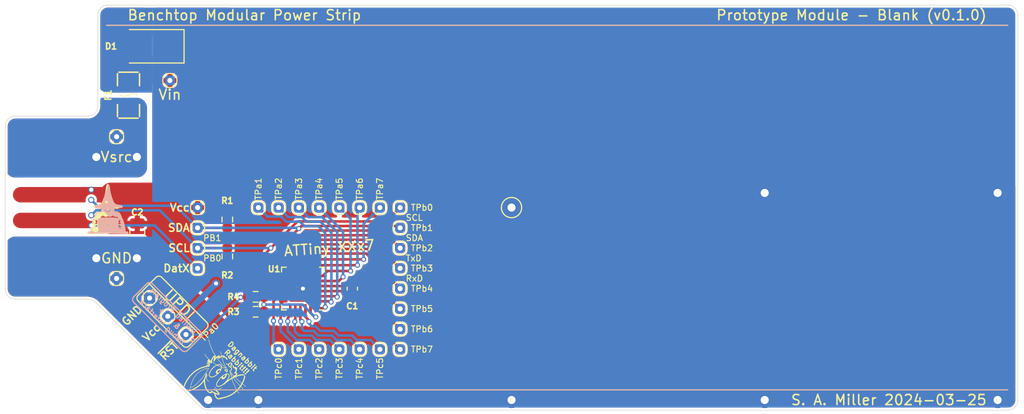
<source format=kicad_pcb>
(kicad_pcb (version 20211014) (generator pcbnew)
  (title_block (title "Benchtop Modular Power Strip") (date "2024-03-25") (rev "0.1.0") (company "S. A. Miller") (comment 1 "Prototype Module") (comment 2 "Blank"))
  (layers (0 "F.Cu" signal) (31 "B.Cu" signal) (34 "B.Paste" user) (35 "F.Paste" user) (36 "B.SilkS" user "B.Silkscreen") (37 "F.SilkS" user "F.Silkscreen") (38 "B.Mask" user) (39 "F.Mask" user) (44 "Edge.Cuts" user))
  (net 0 "")
  (net 1 "GND")
  (net 2 "~{RESET}")
  (net 3 "Dat0")
  (net 4 "PA4")
  (net 5 "PA5")
  (net 6 "PA6")
  (net 7 "PA7")
  (net 8 "PB2")
  (net 9 "PB3")
  (net 10 "PA1")
  (net 11 "PA2")
  (net 12 "PA3")
  (net 13 "PB0")
  (net 14 "PB1")
  (net 15 "PB4")
  (net 16 "PB5")
  (net 17 "PB6")
  (net 18 "PB7")
  (net 19 "PC2")
  (net 20 "PC3")
  (net 21 "PC4")
  (net 22 "PC5")
  (net 23 "Vsrc")
  (net 24 "Vin")
  (net 25 "/Source Power Rail/Vprot")
  (net 26 "/ATTinyXX17/PA0")
  (net 27 "I2C-Vcc")
  (net 28 "PC0")
  (net 29 "PC1")
  (footprint "tinker:TestPoint_THTPad_D1.0mm_Drill0.5mm" (layer "F.Cu") (at 79 114)
    (fp_text reference "TPc1" (at 0 0.7572 90) (layer "F.SilkS") (effects (font (size 0.6 0.6) (thickness 0.1)) (justify right)))
    (fp_text value "CtrlC" hide)
    (pad "1" thru_hole roundrect (at 0 0) (size 1 1) (drill 0.5) (layers *.Cu *.Mask) (roundrect_rratio 0.33) (net 29 "PC1"))
  )
  (footprint "Capacitor_SMD:C_0805_2012Metric" (layer "F.Cu") (at 63.0428 102.5144 -90)
    (fp_text reference "C2" (at -2.05 0) (layer "F.SilkS") (effects (font (size 0.6 0.6))))
    (fp_text value "4.7uF")
    (pad "1" smd roundrect (at -0.95 0 270) (size 1 1.45) (layers "F.Cu" "F.Paste" "F.Mask") (net 27 "I2C-Vcc"))
    (pad "2" smd roundrect (at 0.95 0 270) (size 1 1.45) (layers "F.Cu" "F.Paste" "F.Mask") (net 1 "GND"))
  )
  (footprint "Resistor_SMD:R_0603_1608Metric" (layer "F.Cu") (at 74.7268 110.2868)
    (fp_text reference "R3" (at -2.1844 0) (layer "F.SilkS") (effects (font (size 0.6 0.6))))
    (fp_text value "10k")
    (pad "1" smd roundrect (at -0.825 0) (size 0.8 0.95) (layers "F.Cu" "F.Paste" "F.Mask") (net 27 "I2C-Vcc"))
    (pad "2" smd roundrect (at 0.825 0) (size 0.8 0.95) (layers "F.Cu" "F.Paste" "F.Mask") (net 26 "/ATTinyXX17/PA0"))
  )
  (footprint "tinker:TestPoint_THTPad_D1.0mm_Drill0.5mm" (layer "F.Cu") (at 69 106)
    (fp_text reference "TP3" hide)
    (fp_text value "Dat0" hide)
    (pad "1" thru_hole roundrect (at 0 0) (size 1 1) (drill 0.5) (layers *.Cu *.Mask) (roundrect_rratio 0.33) (net 3 "Dat0"))
  )
  (footprint "tinker:TestPoint_THTPad_D1.0mm_Drill0.5mm" (layer "F.Cu") (at 61 93)
    (fp_text reference "TP1" hide)
    (fp_text value "Vsrc" hide)
    (pad "1" thru_hole roundrect (at 0 0) (size 1 1) (drill 0.5) (layers *.Cu *.Mask) (roundrect_rratio 0.33) (net 23 "Vsrc"))
  )
  (footprint "tinker:TestPoint_THTPad_D1.0mm_Drill0.5mm" (layer "F.Cu") (at 85 114 90)
    (fp_text reference "TPc4" (at -0.7572 0 90) (layer "F.SilkS") (effects (font (size 0.6 0.6) (thickness 0.1)) (justify right)))
    (fp_text value "CtrlC" hide)
    (pad "1" thru_hole roundrect (at 0 0 90) (size 1 1) (drill 0.5) (layers *.Cu *.Mask) (roundrect_rratio 0.33) (net 21 "PC4"))
  )
  (footprint "Capacitor_SMD:C_0603_1608Metric" (layer "F.Cu") (at 84.2772 108.0008 -90)
    (fp_text reference "C1" (at 1.7272 0 -180) (layer "F.SilkS") (effects (font (size 0.6 0.6))))
    (fp_text value "100nF")
    (pad "1" smd roundrect (at -0.775 0 270) (size 0.9 0.95) (layers "F.Cu" "F.Paste" "F.Mask") (net 27 "I2C-Vcc"))
    (pad "2" smd roundrect (at 0.775 0 270) (size 0.9 0.95) (layers "F.Cu" "F.Paste" "F.Mask") (net 1 "GND"))
  )
  (footprint "tinker:TestPoint_THTPad_D1.0mm_Drill0.5mm" (layer "F.Cu") (at 89 108)
    (fp_text reference "TPb4" (at 1 0) (layer "F.SilkS") (effects (font (size 0.6 0.6) (thickness 0.1)) (justify left)))
    (fp_text value "CtrlB" hide)
    (pad "1" thru_hole roundrect (at 0 0) (size 1 1) (drill 0.5) (layers *.Cu *.Mask) (roundrect_rratio 0.33) (net 15 "PB4"))
  )
  (footprint "tinker:F1206" (layer "F.Cu") (at 62.176 88.9 90)
    (fp_text reference "F1" (at 0 -2 90) (layer "F.SilkS") (effects (font (size 0.6 0.6))))
    (fp_text value "Polyfuse" hide)
    (pad "1" smd rect (at -1.45 0 90) (size 1.19 1.73) (layers "F.Cu" "F.Paste" "F.Mask") (net 23 "Vsrc"))
    (pad "2" smd rect (at 1.45 0 90) (size 1.19 1.73) (layers "F.Cu" "F.Paste" "F.Mask") (net 25 "/Source Power Rail/Vprot"))
  )
  (footprint "Resistor_SMD:R_0603_1608Metric" (layer "F.Cu") (at 71.9328 101.175 -90)
    (fp_text reference "R1" (at -1.854 0 180) (layer "F.SilkS") (effects (font (size 0.6 0.6))))
    (fp_text value "10k")
    (pad "1" smd roundrect (at -0.825 0 270) (size 0.8 0.95) (layers "F.Cu" "F.Paste" "F.Mask") (net 27 "I2C-Vcc"))
    (pad "2" smd roundrect (at 0.825 0 270) (size 0.8 0.95) (layers "F.Cu" "F.Paste" "F.Mask") (net 14 "PB1"))
  )
  (footprint "tinker:TestPoint_THTPad_D1.0mm_Drill0.5mm" (layer "F.Cu") (at 77 100 90)
    (fp_text reference "TPa2" (at 0.7 0 90) (layer "F.SilkS") (effects (font (size 0.6 0.6) (thickness 0.1)) (justify left)))
    (fp_text value "CtrlA" hide)
    (pad "1" thru_hole roundrect (at 0 0 90) (size 1 1) (drill 0.5) (layers *.Cu *.Mask) (roundrect_rratio 0.33) (net 11 "PA2"))
  )
  (footprint "tinker:TestPoint_THTPad_D1.0mm_Drill0.5mm" (layer "F.Cu") (at 87 114 90)
    (fp_text reference "TPc5" (at -0.7572 0 90) (layer "F.SilkS") (effects (font (size 0.6 0.6) (thickness 0.1)) (justify right)))
    (fp_text value "CtrlC" hide)
    (pad "1" thru_hole roundrect (at 0 0 90) (size 1 1) (drill 0.5) (layers *.Cu *.Mask) (roundrect_rratio 0.33) (net 22 "PC5"))
  )
  (footprint "Resistor_SMD:R_0603_1608Metric" (layer "F.Cu") (at 74.7268 108.8136 180)
    (fp_text reference "R4" (at 2.1844 0) (layer "F.SilkS") (effects (font (size 0.6 0.6))))
    (fp_text value "330R")
    (pad "1" smd roundrect (at -0.825 0 180) (size 0.8 0.95) (layers "F.Cu" "F.Paste" "F.Mask") (net 26 "/ATTinyXX17/PA0"))
    (pad "2" smd roundrect (at 0.825 0 180) (size 0.8 0.95) (layers "F.Cu" "F.Paste" "F.Mask") (net 2 "~{RESET}"))
  )
  (footprint "tinker:TestPoint_THTPad_D1.0mm_Drill0.5mm" (layer "F.Cu") (at 81 100 90)
    (fp_text reference "TPa4" (at 0.7 0 90) (layer "F.SilkS") (effects (font (size 0.6 0.6) (thickness 0.1)) (justify left)))
    (fp_text value "CtrlA" hide)
    (pad "1" thru_hole roundrect (at 0 0 90) (size 1 1) (drill 0.5) (layers *.Cu *.Mask) (roundrect_rratio 0.33) (net 4 "PA4"))
  )
  (footprint "tinker:TestPoint_THTPad_D1.0mm_Drill0.5mm" (layer "F.Cu") (at 64.258835 108.939022 45)
    (fp_text reference "TP9" hide)
    (fp_text value "GND" hide)
    (pad "1" thru_hole roundrect (at 0 0 45) (size 1 1) (drill 0.5) (layers *.Cu *.Mask) (roundrect_rratio 0.33) (net 1 "GND"))
  )
  (footprint "tinker:TestPoint_THTPad_D1.0mm_Drill0.5mm" (layer "F.Cu") (at 89 102)
    (fp_text reference "TPb1" (at 1 0) (layer "F.SilkS") (effects (font (size 0.6 0.6) (thickness 0.1)) (justify left)))
    (fp_text value "CtrlB" hide)
    (pad "1" thru_hole roundrect (at 0 0) (size 1 1) (drill 0.5) (layers *.Cu *.Mask) (roundrect_rratio 0.33) (net 14 "PB1"))
  )
  (footprint "tinker:TestPoint_THTPad_D1.0mm_Drill0.5mm" (layer "F.Cu") (at 81 114 90)
    (fp_text reference "TPc2" (at -0.7572 0 90) (layer "F.SilkS") (effects (font (size 0.6 0.6) (thickness 0.1)) (justify right)))
    (fp_text value "CtrlC" hide)
    (pad "1" thru_hole roundrect (at 0 0 90) (size 1 1) (drill 0.5) (layers *.Cu *.Mask) (roundrect_rratio 0.33) (net 19 "PC2"))
  )
  (footprint "tinker:TestPoint_THTPad_D1.0mm_Drill0.5mm" (layer "F.Cu") (at 87 100 90)
    (fp_text reference "TPa7" (at 0.7 0 90) (layer "F.SilkS") (effects (font (size 0.6 0.6) (thickness 0.1)) (justify left)))
    (fp_text value "CtrlA" hide)
    (pad "1" thru_hole roundrect (at 0 0 90) (size 1 1) (drill 0.5) (layers *.Cu *.Mask) (roundrect_rratio 0.33) (net 7 "PA7"))
  )
  (footprint "Package_DFN_QFN:QFN-24-1EP_4x4mm_P0.5mm_EP2.6x2.6mm" (layer "F.Cu") (at 79.4004 108 180)
    (fp_text reference "U1" (at 2.8448 1.9296 180) (layer "F.SilkS") (effects (font (size 0.6 0.6))))
    (fp_text value "ATtiny1617")
    (pad "1" smd roundrect (at -1.9375 -1.25 180) (size 0.825 0.25) (layers "F.Cu" "F.Paste" "F.Mask") (net 11 "PA2"))
    (pad "2" smd roundrect (at -1.9375 -0.75 180) (size 0.825 0.25) (layers "F.Cu" "F.Paste" "F.Mask") (net 12 "PA3"))
    (pad "3" smd roundrect (at -1.9375 -0.25 180) (size 0.825 0.25) (layers "F.Cu" "F.Paste" "F.Mask") (net 1 "GND"))
    (pad "4" smd roundrect (at -1.9375 0.25 180) (size 0.825 0.25) (layers "F.Cu" "F.Paste" "F.Mask") (net 27 "I2C-Vcc"))
    (pad "5" smd roundrect (at -1.9375 0.75 180) (size 0.825 0.25) (layers "F.Cu" "F.Paste" "F.Mask") (net 4 "PA4"))
    (pad "6" smd roundrect (at -1.9375 1.25 180) (size 0.825 0.25) (layers "F.Cu" "F.Paste" "F.Mask") (net 5 "PA5"))
    (pad "7" smd roundrect (at -1.25 1.9375 180) (size 0.25 0.825) (layers "F.Cu" "F.Paste" "F.Mask") (net 6 "PA6"))
    (pad "8" smd roundrect (at -0.75 1.9375 180) (size 0.25 0.825) (layers "F.Cu" "F.Paste" "F.Mask") (net 7 "PA7"))
    (pad "9" smd roundrect (at -0.25 1.9375 180) (size 0.25 0.825) (layers "F.Cu" "F.Paste" "F.Mask") (net 18 "PB7"))
    (pad "10" smd roundrect (at 0.25 1.9375 180) (size 0.25 0.825) (layers "F.Cu" "F.Paste" "F.Mask") (net 17 "PB6"))
    (pad "11" smd roundrect (at 0.75 1.9375 180) (size 0.25 0.825) (layers "F.Cu" "F.Paste" "F.Mask") (net 16 "PB5"))
    (pad "12" smd roundrect (at 1.25 1.9375 180) (size 0.25 0.825) (layers "F.Cu" "F.Paste" "F.Mask") (net 15 "PB4"))
    (pad "13" smd roundrect (at 1.9375 1.25 180) (size 0.825 0.25) (layers "F.Cu" "F.Paste" "F.Mask") (net 9 "PB3"))
    (pad "14" smd roundrect (at 1.9375 0.75 180) (size 0.825 0.25) (layers "F.Cu" "F.Paste" "F.Mask") (net 8 "PB2"))
    (pad "15" smd roundrect (at 1.9375 0.25 180) (size 0.825 0.25) (layers "F.Cu" "F.Paste" "F.Mask") (net 14 "PB1"))
    (pad "16" smd roundrect (at 1.9375 -0.25 180) (size 0.825 0.25) (layers "F.Cu" "F.Paste" "F.Mask") (net 13 "PB0"))
    (pad "17" smd roundrect (at 1.9375 -0.75 180) (size 0.825 0.25) (layers "F.Cu" "F.Paste" "F.Mask") (net 28 "PC0"))
    (pad "18" smd roundrect (at 1.9375 -1.25 180) (size 0.825 0.25) (layers "F.Cu" "F.Paste" "F.Mask") (net 29 "PC1"))
    (pad "19" smd roundrect (at 1.25 -1.9375 180) (size 0.25 0.825) (layers "F.Cu" "F.Paste" "F.Mask") (net 19 "PC2"))
    (pad "20" smd roundrect (at 0.75 -1.9375 180) (size 0.25 0.825) (layers "F.Cu" "F.Paste" "F.Mask") (net 20 "PC3"))
    (pad "21" smd roundrect (at 0.25 -1.9375 180) (size 0.25 0.825) (layers "F.Cu" "F.Paste" "F.Mask") (net 21 "PC4"))
    (pad "22" smd roundrect (at -0.25 -1.9375 180) (size 0.25 0.825) (layers "F.Cu" "F.Paste" "F.Mask") (net 22 "PC5"))
    (pad "23" smd roundrect (at -0.75 -1.9375 180) (size 0.25 0.825) (layers "F.Cu" "F.Paste" "F.Mask") (net 26 "/ATTinyXX17/PA0"))
    (pad "24" smd roundrect (at -1.25 -1.9375 180) (size 0.25 0.825) (layers "F.Cu" "F.Paste" "F.Mask") (net 10 "PA1"))
    (pad "25" smd rect (at 0 0 180) (size 2.6 2.6) (layers "F.Cu" "F.Mask") (net 1 "GND"))
  )
  (footprint "tinker:NerdMage" (layer "F.Cu") (at 60.1472 100.076)
    (fp_text reference "G***" hide)
    (fp_text value "LOGO" hide)
  )
  (footprint "tinker:TestPoint_THTPad_D1.0mm_Drill0.5mm" (layer "F.Cu") (at 77 114)
    (fp_text reference "TPc0" (at 0 0.7572 90) (layer "F.SilkS") (effects (font (size 0.6 0.6) (thickness 0.1)) (justify right)))
    (fp_text value "CtrlC" hide)
    (pad "1" thru_hole roundrect (at 0 0) (size 1 1) (drill 0.5) (layers *.Cu *.Mask) (roundrect_rratio 0.33) (net 28 "PC0"))
  )
  (footprint "tinker:TestPoint_THTPad_D1.0mm_Drill0.5mm" (layer "F.Cu") (at 66.262 87.45)
    (fp_text reference "TP2" hide)
    (fp_text value "Vin" hide)
    (pad "1" thru_hole roundrect (at 0 0) (size 1 1) (drill 0.5) (layers *.Cu *.Mask) (roundrect_rratio 0.33) (net 24 "Vin"))
  )
  (footprint "tinker:TestPoint_THTPad_D1.0mm_Drill0.5mm" (layer "F.Cu") (at 89 110)
    (fp_text reference "TPb5" (at 1 0) (layer "F.SilkS") (effects (font (size 0.6 0.6) (thickness 0.1)) (justify left)))
    (fp_text value "CtrlB" hide)
    (pad "1" thru_hole roundrect (at 0 0) (size 1 1) (drill 0.5) (layers *.Cu *.Mask) (roundrect_rratio 0.33) (net 16 "PB5"))
  )
  (footprint "tinker:TestPoint_THTPad_D1.0mm_Drill0.5mm" (layer "F.Cu") (at 61 107)
    (fp_text reference "TP7" hide)
    (fp_text value "GND" hide)
    (pad "1" thru_hole roundrect (at 0 0) (size 1 1) (drill 0.5) (layers *.Cu *.Mask) (roundrect_rratio 0.33) (net 1 "GND"))
  )
  (footprint "tinker:DagNabbit" (layer "F.Cu") (at 71.04 116.6 135)
    (fp_text reference "REF**" hide)
    (fp_text value "DagNabbit" hide)
    (fp_text user "Dagnabbit\nRabbit!!!" (at -0.331667 2.64 -45 unlocked) (layer "F.SilkS") (effects (font (size 0.5 0.5) (thickness 0.1))))
  )
  (footprint "tinker:TestPoint_THTPad_D1.0mm_Drill0.5mm" (layer "F.Cu") (at 67.850937 112.531124 45)
    (fp_text reference "TPa0" (at 0.65 1.486 45) (layer "F.SilkS") (effects (font (size 0.6 0.6) (thickness 0.1)) (justify left)))
    (fp_text value "~{RESET}" hide)
    (pad "1" thru_hole roundrect (at 0 0 45) (size 1 1) (drill 0.5) (layers *.Cu *.Mask) (roundrect_rratio 0.33) (net 2 "~{RESET}"))
  )
  (footprint "tinker:TestPoint_THTPad_D1.0mm_Drill0.5mm" (layer "F.Cu") (at 85 100 90)
    (fp_text reference "TPa6" (at 0.7 0 90) (layer "F.SilkS") (effects (font (size 0.6 0.6) (thickness 0.1)) (justify left)))
    (fp_text value "CtrlA" hide)
    (pad "1" thru_hole roundrect (at 0 0 90) (size 1 1) (drill 0.5) (layers *.Cu *.Mask) (roundrect_rratio 0.33) (net 6 "PA6"))
  )
  (footprint "tinker:TestPoint_THTPad_D1.0mm_Drill0.5mm" (layer "F.Cu") (at 75 100 90)
    (fp_text reference "TPa1" (at 0.7 0 90) (layer "F.SilkS") (effects (font (size 0.6 0.6) (thickness 0.1)) (justify left)))
    (fp_text value "CtrlA" hide)
    (pad "1" thru_hole roundrect (at 0 0 90) (size 1 1) (drill 0.5) (layers *.Cu *.Mask) (roundrect_rratio 0.33) (net 10 "PA1"))
  )
  (footprint "tinker:TestPoint_THTPad_D1.0mm_Drill0.5mm" (layer "F.Cu") (at 89 104)
    (fp_text reference "TPb2" (at 1 0) (layer "F.SilkS") (effects (font (size 0.6 0.6) (thickness 0.1)) (justify left)))
    (fp_text value "CtrlB" hide)
    (pad "1" thru_hole roundrect (at 0 0) (size 1 1) (drill 0.5) (layers *.Cu *.Mask) (roundrect_rratio 0.33) (net 8 "PB2"))
  )
  (footprint "tinker:TestPoint_THTPad_D1.0mm_Drill0.5mm" (layer "F.Cu") (at 69 104)
    (fp_text reference "TP6" hide)
    (fp_text value "Dat3" hide)
    (pad "1" thru_hole roundrect (at 0 0) (size 1 1) (drill 0.5) (layers *.Cu *.Mask) (roundrect_rratio 0.33) (net 13 "PB0"))
  )
  (footprint "tinker:TestPoint_THTPad_D1.0mm_Drill0.5mm" (layer "F.Cu") (at 66.054886 110.735073 45)
    (fp_text reference "TP8" hide)
    (fp_text value "I2C-Vcc" hide)
    (pad "1" thru_hole roundrect (at 0 0 45) (size 1 1) (drill 0.5) (layers *.Cu *.Mask) (roundrect_rratio 0.33) (net 27 "I2C-Vcc"))
  )
  (footprint "Resistor_SMD:R_0603_1608Metric" (layer "F.Cu") (at 71.9328 104.825 90)
    (fp_text reference "R2" (at -1.854 0) (layer "F.SilkS") (effects (font (size 0.6 0.6))))
    (fp_text value "10k")
    (pad "1" smd roundrect (at -0.825 0 90) (size 0.8 0.95) (layers "F.Cu" "F.Paste" "F.Mask") (net 27 "I2C-Vcc"))
    (pad "2" smd roundrect (at 0.825 0 90) (size 0.8 0.95) (layers "F.Cu" "F.Paste" "F.Mask") (net 13 "PB0"))
  )
  (footprint "tinker:TestPoint_THTPad_D1.0mm_Drill0.5mm" (layer "F.Cu") (at 83 100 90)
    (fp_text reference "TPa5" (at 0.7 0 90) (layer "F.SilkS") (effects (font (size 0.6 0.6) (thickness 0.1)) (justify left)))
    (fp_text value "CtrlA" hide)
    (pad "1" thru_hole roundrect (at 0 0 90) (size 1 1) (drill 0.5) (layers *.Cu *.Mask) (roundrect_rratio 0.33) (net 5 "PA5"))
  )
  (footprint "tinker:TestPoint_THTPad_D1.0mm_Drill0.5mm" (layer "F.Cu") (at 89 114)
    (fp_text reference "TPb7" (at 1 0) (layer "F.SilkS") (effects (font (size 0.6 0.6) (thickness 0.1)) (justify left)))
    (fp_text value "CtrlB" hide)
    (pad "1" thru_hole roundrect (at 0 0) (size 1 1) (drill 0.5) (layers *.Cu *.Mask) (roundrect_rratio 0.33) (net 18 "PB7"))
  )
  (footprint "tinker:TestPoint_THTPad_D1.0mm_Drill0.5mm" (layer "F.Cu") (at 89 100)
    (fp_text reference "TPb0" (at 1 0) (layer "F.SilkS") (effects (font (size 0.6 0.6) (thickness 0.1)) (justify left)))
    (fp_text value "CtrlB" hide)
    (pad "1" thru_hole roundrect (at 0 0) (size 1 1) (drill 0.5) (layers *.Cu *.Mask) (roundrect_rratio 0.33) (net 13 "PB0"))
  )
  (footprint "Diode_SMD:D_SMA" (layer "F.Cu") (at 64.262 84.074 180)
    (fp_text reference "D1" (at 3.81 0) (layer "F.SilkS") (effects (font (size 0.6 0.6))))
    (fp_text value "D_Schottky")
    (pad "1" smd rect (at -2 0 180) (size 2.5 1.8) (layers "F.Cu" "F.Paste" "F.Mask") (net 24 "Vin"))
    (pad "2" smd rect (at 2 0 180) (size 2.5 1.8) (layers "F.Cu" "F.Paste" "F.Mask") (net 25 "/Source Power Rail/Vprot"))
  )
  (footprint "tinker:TestPoint_THTPad_D1.0mm_Drill0.5mm" (layer "F.Cu") (at 89 106)
    (fp_text reference "TPb3" (at 1 0) (layer "F.SilkS") (effects (font (size 0.6 0.6) (thickness 0.1)) (justify left)))
    (fp_text value "CtrlB" hide)
    (pad "1" thru_hole roundrect (at 0 0) (size 1 1) (drill 0.5) (layers *.Cu *.Mask) (roundrect_rratio 0.33) (net 9 "PB3"))
  )
  (footprint "tinker:TestPoint_THTPad_D1.0mm_Drill0.5mm" (layer "F.Cu") (at 83 114 90)
    (fp_text reference "TPc3" (at -0.7572 0 90) (layer "F.SilkS") (effects (font (size 0.6 0.6) (thickness 0.1)) (justify right)))
    (fp_text value "CtrlC" hide)
    (pad "1" thru_hole roundrect (at 0 0 90) (size 1 1) (drill 0.5) (layers *.Cu *.Mask) (roundrect_rratio 0.33) (net 20 "PC3"))
  )
  (footprint "tinker:TestPoint_THTPad_D1.0mm_Drill0.5mm" (layer "F.Cu") (at 79 100 90)
    (fp_text reference "TPa3" (at 0.7 0 90) (layer "F.SilkS") (effects (font (size 0.6 0.6) (thickness 0.1)) (justify left)))
    (fp_text value "CtrlA" hide)
    (pad "1" thru_hole roundrect (at 0 0 90) (size 1 1) (drill 0.5) (layers *.Cu *.Mask) (roundrect_rratio 0.33) (net 12 "PA3"))
  )
  (footprint "tinker:TestPoint_THTPad_D1.0mm_Drill0.5mm" (layer "F.Cu") (at 69 100)
    (fp_text reference "TP4" hide)
    (fp_text value "Dat1" hide)
    (pad "1" thru_hole roundrect (at 0 0) (size 1 1) (drill 0.5) (layers *.Cu *.Mask) (roundrect_rratio 0.33) (net 27 "I2C-Vcc"))
  )
  (footprint "tinker:TestPoint_THTPad_D1.0mm_Drill0.5mm" (layer "F.Cu") (at 69 102)
    (fp_text reference "TP5" hide)
    (fp_text value "Dat2" hide)
    (pad "1" thru_hole roundrect (at 0 0) (size 1 1) (drill 0.5) (layers *.Cu *.Mask) (roundrect_rratio 0.33) (net 14 "PB1"))
  )
  (footprint "tinker:TestPoint_THTPad_D1.0mm_Drill0.5mm" (layer "F.Cu") (at 89 112)
    (fp_text reference "TPb6" (at 1 0) (layer "F.SilkS") (effects (font (size 0.6 0.6) (thickness 0.1)) (justify left)))
    (fp_text value "CtrlB" hide)
    (pad "1" thru_hole roundrect (at 0 0) (size 1 1) (drill 0.5) (layers *.Cu *.Mask) (roundrect_rratio 0.33) (net 17 "PB6"))
  )
  (footprint "tinker:NerdMage" (layer "B.Cu") (at 60.1472 100.076 180)
    (fp_text reference "G***" hide)
    (fp_text value "LOGO" hide)
  )
  (gr_arc (start 63.975992 107.524808) (mid 64.258835 107.407651) (end 64.541677 107.524808) (layer "B.SilkS") (width 0.12))
  (gr_line (start 68 118) (end 149 118) (layer "B.SilkS") (width 0.1))
  (gr_arc (start 68.006501 114.100901) (mid 67.723658 114.218059) (end 67.440815 114.100901) (layer "B.SilkS") (width 0.12))
  (gr_line (start 62.7032 109.363286) (end 67.440815 114.100901) (layer "B.SilkS") (width 0.12))
  (gr_line (start 69.279293 112.828109) (end 68.006501 114.100901) (layer "B.SilkS") (width 0.12))
  (gr_line (start 60 82) (end 149 82) (layer "B.SilkS") (width 0.1))
  (gr_arc (start 62.7032 109.363286) (mid 62.586043 109.080443) (end 62.7032 108.7976) (layer "B.SilkS") (width 0.12))
  (gr_arc (start 69.285243 112.273957) (mid 69.4024 112.5568) (end 69.285243 112.839643) (layer "B.SilkS") (width 0.12))
  (gr_line (start 69.279293 112.262424) (end 64.541677 107.524808) (layer "B.SilkS") (width 0.12))
  (gr_line (start 63.975992 107.524808) (end 62.7032 108.7976) (layer "B.SilkS") (width 0.12))
  (gr_line (start 64.895231 106.888412) (end 64.237622 107.546021) (layer "F.SilkS") (width 0.12))
  (gr_line (start 69.915689 111.343185) (end 65.460916 106.888412) (layer "F.SilkS") (width 0.12))
  (gr_line (start 63.127464 109.221865) (end 67.582237 113.676637) (layer "F.SilkS") (width 0.12))
  (gr_line (start 64.237622 107.546021) (end 63.127464 108.656179) (layer "F.SilkS") (width 0.12))
  (gr_line (start 60 82) (end 149 82) (layer "F.SilkS") (width 0.1))
  (gr_arc (start 69.915689 111.343185) (mid 70.032846 111.626028) (end 69.915689 111.90887) (layer "F.SilkS") (width 0.12))
  (gr_line (start 75 118) (end 149 118) (layer "F.SilkS") (width 0.1))
  (gr_line (start 68.147922 113.676637) (end 69.25808 112.56648) (layer "F.SilkS") (width 0.12))
  (gr_arc (start 64.895231 106.888412) (mid 65.178074 106.771255) (end 65.460916 106.888412) (layer "F.SilkS") (width 0.12))
  (gr_arc (start 63.127464 109.221865) (mid 63.010307 108.939022) (end 63.127464 108.656179) (layer "F.SilkS") (width 0.12))
  (gr_arc (start 68.147922 113.676637) (mid 67.865079 113.793795) (end 67.582237 113.676637) (layer "F.SilkS") (width 0.12))
  (gr_line (start 69.25808 112.56648) (end 64.237622 107.546021) (layer "F.SilkS") (width 0.12))
  (gr_circle (center 100 100) (end 101 100) (layer "F.SilkS") (width 0.12) (fill none))
  (gr_line (start 69.25808 112.56648) (end 69.915689 111.90887) (layer "F.SilkS") (width 0.12))
  (gr_line (start 59.144 109.548) (end 69.144 119.548) (layer "Edge.Cuts") (width 0.05))
  (gr_arc (start 149 80) (mid 149.707107 80.292893) (end 150 81) (layer "Edge.Cuts") (width 0.05))
  (gr_arc (start 50 91.96) (mid 50.292893 91.252893) (end 51 90.96) (layer "Edge.Cuts") (width 0.05))
  (gr_line (start 50 108.04) (end 50 91.96) (layer "Edge.Cuts") (width 0.05))
  (gr_line (start 60.144 80) (end 149 80) (layer "Edge.Cuts") (width 0.05))
  (gr_arc (start 58.144 109.04) (mid 58.694524 109.194544) (end 59.144 109.548) (layer "Edge.Cuts") (width 0.05))
  (gr_line (start 59.144 81) (end 59.144 89.96) (layer "Edge.Cuts") (width 0.05))
  (gr_arc (start 59.144 81) (mid 59.436893 80.292893) (end 60.144 80) (layer "Edge.Cuts") (width 0.05))
  (gr_arc (start 150 119) (mid 149.707107 119.707107) (end 149 120) (layer "Edge.Cuts") (width 0.05))
  (gr_arc (start 70.144 120) (mid 69.594859 119.882718) (end 69.144 119.548) (layer "Edge.Cuts") (width 0.05))
  (gr_line (start 150 119) (end 150 81) (layer "Edge.Cuts") (width 0.05))
  (gr_line (start 51 90.96) (end 58.144 90.96) (layer "Edge.Cuts") (width 0.05))
  (gr_arc (start 51 109.04) (mid 50.292893 108.747107) (end 50 108.04) (layer "Edge.Cuts") (width 0.05))
  (gr_arc (start 59.144 89.96) (mid 58.851107 90.667107) (end 58.144 90.96) (layer "Edge.Cuts") (width 0.05))
  (gr_line (start 58.144 109.04) (end 51 109.04) (layer "Edge.Cuts") (width 0.05))
  (gr_line (start 149 120) (end 70.144 120) (layer "Edge.Cuts") (width 0.05))
  (gr_text "  Unified Program  \n R    &    +     - \n  Debug Interface  " (at 66.037208 110.752751 -45) (layer "B.SilkS") (effects (font (size 0.5 0.5) (thickness 0.1)) (justify mirror)))
  (gr_text "${TITLE}" (at 62 81) (layer "F.SilkS") (effects (font (size 1 1)) (justify left)))
  (gr_text "${COMMENT1} - ${COMMENT2} (v${REVISION})" (at 147 81) (layer "F.SilkS") (effects (font (size 1 1)) (justify right)))
  (gr_text "GND" (at 63.410307 109.78755 45) (layer "F.SilkS") (effects (font (size 0.75 0.75)) (justify right)))
  (gr_text "Vin" (at 66.262 88.8492) (layer "F.SilkS") (effects (font (size 1 1))))
  (gr_text "SCL" (at 68.3 104) (layer "F.SilkS") (effects (font (size 0.75 0.75)) (justify right)))
  (gr_text "~{RST}" (at 67.002409 113.379652 45) (layer "F.SilkS") (effects (font (size 0.75 0.75)) (justify right)))
  (gr_text "Vcc" (at 68.3 100) (layer "F.SilkS") (effects (font (size 0.75 0.75)) (justify right)))
  (gr_text "PB1" (at 69.5 103) (layer "F.SilkS") (effects (font (size 0.6 0.6) (thickness 0.1)) (justify left)))
  (gr_text "SDA" (at 68.3 102) (layer "F.SilkS") (effects (font (size 0.75 0.75)) (justify right)))
  (gr_text "TxD" (at 89.5 105) (layer "F.SilkS") (effects (font (size 0.6 0.6) (thickness 0.1)) (justify left)))
  (gr_text "Vsrc" (at 61 95) (layer "F.SilkS") (effects (font (size 1 1))))
  (gr_text "UPDI" (at 67.186257 109.603702 -45) (layer "F.SilkS") (effects (font (size 1 1))))
  (gr_text "Vcc" (at 65.206358 111.583601 45) (layer "F.SilkS") (effects (font (size 0.75 0.75)) (justify right)))
  (gr_text "RxD" (at 89.5 107) (layer "F.SilkS") (effects (font (size 0.6 0.6) (thickness 0.1)) (justify left)))
  (gr_text "SDA" (at 89.5 103) (layer "F.SilkS") (effects (font (size 0.6 0.6) (thickness 0.1)) (justify left)))
  (gr_text "SCL" (at 89.5 101) (layer "F.SilkS") (effects (font (size 0.6 0.6) (thickness 0.1)) (justify left)))
  (gr_text "DatX" (at 68.3 106) (layer "F.SilkS") (effects (font (size 0.75 0.75)) (justify right)))
  (gr_text "ATTiny XXx7" (at 82 104 4) (layer "F.SilkS") (effects (font (size 1 1))))
  (gr_text "${COMPANY} ${ISSUE_DATE}" (at 147 119) (layer "F.SilkS") (effects (font (size 1 1)) (justify right)))
  (gr_text "GND" (at 61 105) (layer "F.SilkS") (effects (font (size 1 1))))
  (gr_text "PB0" (at 69.5 105) (layer "F.SilkS") (effects (font (size 0.6 0.6) (thickness 0.1)) (justify left)))
  (segment (start 79.6504 108.25) (end 79.4004 108) (width 0.25) (layer "F.Cu") (net 1))
  (segment (start 81.3379 108.25) (end 83.7514 108.25) (width 0.25) (layer "F.Cu") (net 1))
  (segment (start 81.3379 108.25) (end 79.6504 108.25) (width 0.25) (layer "F.Cu") (net 1))
  (segment (start 83.7514 108.25) (end 84.2772 108.7758) (width 0.25) (layer "F.Cu") (net 1))
  (via (at 70.04 119) (size 1.6) (drill 0.8) (layers "F.Cu" "B.Cu") (net 1))
  (via (at 75 119) (size 1.6) (drill 0.8) (layers "F.Cu" "B.Cu") (net 1))
  (via (at 63 105) (size 1.6) (drill 0.8) (layers "F.Cu" "B.Cu") (net 1))
  (via (at 148 119) (size 1.6) (drill 0.8) (layers "F.Cu" "B.Cu") (net 1))
  (via (at 79.4004 108) (size 0.8) (drill 0.4) (layers "F.Cu" "B.Cu") (net 1))
  (via (at 148 98.552) (size 1.6) (drill 0.8) (layers "F.Cu" "B.Cu") (net 1))
  (via (at 125 98.552) (size 1.6) (drill 0.8) (layers "F.Cu" "B.Cu") (net 1))
  (via (at 100 119) (size 1.6) (drill 0.8) (layers "F.Cu" "B.Cu") (net 1))
  (via (at 59 105) (size 1.6) (drill 0.8) (layers "F.Cu" "B.Cu") (net 1))
  (via (at 100 100) (size 1.6) (drill 0.8) (layers "F.Cu" "B.Cu") (net 1))
  (via (at 125 119) (size 1.6) (drill 0.8) (layers "F.Cu" "B.Cu") (net 1))
  (segment (start 73.3044 108.8136) (end 73.2536 108.8644) (width 0.25) (layer "F.Cu") (net 2))
  (segment (start 73.9018 108.8136) (end 73.3044 108.8136) (width 0.25) (layer "F.Cu") (net 2))
  (via (at 73.2536 108.8644) (size 0.5) (drill 0.3) (layers "F.Cu" "B.Cu") (net 2))
  (segment (start 73.2536 108.8644) (end 69.586876 112.531124) (width 0.25) (layer "B.Cu") (net 2))
  (segment (start 69.586876 112.531124) (end 67.850937 112.531124) (width 0.25) (layer "B.Cu") (net 2))
  (via (at 58.5 101.76) (size 0.6) (drill 0.4) (layers "F.Cu" "B.Cu") (net 3))
  (segment (start 69 106) (end 64.76 101.76) (width 0.25) (layer "B.Cu") (net 3))
  (segment (start 64.76 101.76) (end 58.5 101.76) (width 0.25) (layer "B.Cu") (net 3))
  (segment (start 82.95 107.25) (end 81.3379 107.25) (width 0.25) (layer "F.Cu") (net 4))
  (segment (start 83.3628 106.8372) (end 82.95 107.25) (width 0.25) (layer "F.Cu") (net 4))
  (via (at 83.3628 106.8372) (size 0.5) (drill 0.3) (layers "F.Cu" "B.Cu") (net 4))
  (segment (start 83.3628 102.3628) (end 81 100) (width 0.25) (layer "B.Cu") (net 4))
  (segment (start 83.3628 106.8372) (end 83.3628 102.3628) (width 0.25) (layer "B.Cu") (net 4))
  (segment (start 84.10237 106.2627) (end 81.8252 106.2627) (width 0.25) (layer "F.Cu") (net 5))
  (segment (start 81.8252 106.2627) (end 81.3379 106.75) (width 0.25) (layer "F.Cu") (net 5))
  (via (at 84.10237 106.2627) (size 0.5) (drill 0.3) (layers "F.Cu" "B.Cu") (net 5))
  (segment (start 84.10237 106.2627) (end 84.10237 101.10237) (width 0.25) (layer "B.Cu") (net 5))
  (segment (start 84.10237 101.10237) (end 83 100) (width 0.25) (layer "B.Cu") (net 5))
  (segment (start 84.7852 105.6882) (end 81.0247 105.6882) (width 0.25) (layer "F.Cu") (net 6))
  (segment (start 81.0247 105.6882) (end 80.6504 106.0625) (width 0.25) (layer "F.Cu") (net 6))
  (via (at 84.7852 105.6882) (size 0.5) (drill 0.3) (layers "F.Cu" "B.Cu") (net 6))
  (segment (start 84.7852 105.6882) (end 84.7852 100.2148) (width 0.25) (layer "B.Cu") (net 6))
  (segment (start 84.7852 100.2148) (end 85 100) (width 0.25) (layer "B.Cu") (net 6))
  (segment (start 85.3935 105.1137) (end 80.6111 105.1137) (width 0.25) (layer "F.Cu") (net 7))
  (segment (start 80.1504 105.5744) (end 80.1504 106.0625) (width 0.25) (layer "F.Cu") (net 7))
  (segment (start 80.6111 105.1137) (end 80.1504 105.5744) (width 0.25) (layer "F.Cu") (net 7))
  (via (at 85.3935 105.1137) (size 0.5) (drill 0.3) (layers "F.Cu" "B.Cu") (net 7))
  (segment (start 85.3935 101.6065) (end 87 100) (width 0.25) (layer "B.Cu") (net 7))
  (segment (start 85.3935 105.1137) (end 85.3935 101.6065) (width 0.25) (layer "B.Cu") (net 7))
  (segment (start 76.7254 107.1038) (end 76.7254 105.181024) (width 0.25) (layer "F.Cu") (net 8))
  (segment (start 77.4629 107.25) (end 76.8716 107.25) (width 0.25) (layer "F.Cu") (net 8))
  (segment (start 79.638824 102.2676) (end 87.2676 102.2676) (width 0.25) (layer "F.Cu") (net 8))
  (segment (start 76.7254 105.181024) (end 79.638824 102.2676) (width 0.25) (layer "F.Cu") (net 8))
  (segment (start 76.8716 107.25) (end 76.7254 107.1038) (width 0.25) (layer "F.Cu") (net 8))
  (segment (start 87.2676 102.2676) (end 89 104) (width 0.25) (layer "F.Cu") (net 8))
  (segment (start 87.7824 104.7824) (end 89 106) (width 0.25) (layer "F.Cu") (net 9))
  (segment (start 77.4629 105.07992) (end 79.81082 102.732) (width 0.25) (layer "F.Cu") (net 9))
  (segment (start 87.7824 104.004404) (end 87.7824 104.7824) (width 0.25) (layer "F.Cu") (net 9))
  (segment (start 77.4629 106.75) (end 77.4629 105.07992) (width 0.25) (layer "F.Cu") (net 9))
  (segment (start 86.509996 102.732) (end 87.7824 104.004404) (width 0.25) (layer "F.Cu") (net 9))
  (segment (start 79.81082 102.732) (end 86.509996 102.732) (width 0.25) (layer "F.Cu") (net 9))
  (segment (start 81.603938 109.8245) (end 81.490938 109.9375) (width 0.25) (layer "F.Cu") (net 10))
  (segment (start 81.490938 109.9375) (end 80.6504 109.9375) (width 0.25) (layer "F.Cu") (net 10))
  (via (at 81.603938 109.8245) (size 0.5) (drill 0.3) (layers "F.Cu" "B.Cu") (net 10))
  (segment (start 79.566808 101.8396) (end 79.114606 101.387398) (width 0.25) (layer "B.Cu") (net 10))
  (segment (start 81.603938 109.8245) (end 81.603938 102.513126) (width 0.25) (layer "B.Cu") (net 10))
  (segment (start 80.930412 101.8396) (end 79.566808 101.8396) (width 0.25) (layer "B.Cu") (net 10))
  (segment (start 77.252404 100.8888) (end 75.8888 100.8888) (width 0.25) (layer "B.Cu") (net 10))
  (segment (start 77.751002 101.387398) (end 77.252404 100.8888) (width 0.25) (layer "B.Cu") (net 10))
  (segment (start 75.8888 100.8888) (end 75 100) (width 0.25) (layer "B.Cu") (net 10))
  (segment (start 79.114606 101.387398) (end 77.751002 101.387398) (width 0.25) (layer "B.Cu") (net 10))
  (segment (start 81.603938 102.513126) (end 80.930412 101.8396) (width 0.25) (layer "B.Cu") (net 10))
  (segment (start 82.104438 109.25) (end 82.178938 109.3245) (width 0.25) (layer "F.Cu") (net 11))
  (segment (start 81.3379 109.25) (end 82.104438 109.25) (width 0.25) (layer "F.Cu") (net 11))
  (via (at 82.178938 109.3245) (size 0.5) (drill 0.3) (layers "F.Cu" "B.Cu") (net 11))
  (segment (start 81.116808 101.3896) (end 79.753204 101.3896) (width 0.25) (layer "B.Cu") (net 11))
  (segment (start 82.2128 109.290638) (end 82.2128 102.485592) (width 0.25) (layer "B.Cu") (net 11))
  (segment (start 82.178938 109.3245) (end 82.2128 109.290638) (width 0.25) (layer "B.Cu") (net 11))
  (segment (start 79.301002 100.937398) (end 77.937398 100.937398) (width 0.25) (layer "B.Cu") (net 11))
  (segment (start 77.937398 100.937398) (end 77 100) (width 0.25) (layer "B.Cu") (net 11))
  (segment (start 79.753204 101.3896) (end 79.301002 100.937398) (width 0.25) (layer "B.Cu") (net 11))
  (segment (start 82.2128 102.485592) (end 81.116808 101.3896) (width 0.25) (layer "B.Cu") (net 11))
  (segment (start 82.7133 108.75) (end 81.3379 108.75) (width 0.25) (layer "F.Cu") (net 12))
  (segment (start 82.7878 108.8245) (end 82.7133 108.75) (width 0.25) (layer "F.Cu") (net 12))
  (via (at 82.7878 108.8245) (size 0.5) (drill 0.3) (layers "F.Cu" "B.Cu") (net 12))
  (segment (start 79.9396 100.9396) (end 81.303204 100.9396) (width 0.25) (layer "B.Cu") (net 12))
  (segment (start 81.303204 100.9396) (end 82.7878 102.424196) (width 0.25) (layer "B.Cu") (net 12))
  (segment (start 82.7878 102.424196) (end 82.7878 108.8245) (width 0.25) (layer "B.Cu") (net 12))
  (segment (start 79 100) (end 79.9396 100.9396) (width 0.25) (layer "B.Cu") (net 12))
  (segment (start 78.861496 101.3676) (end 87.6324 101.3676) (width 0.25) (layer "F.Cu") (net 13))
  (segment (start 76.229096 104) (end 75.8254 104.403696) (width 0.25) (layer "F.Cu") (net 13))
  (segment (start 75.8254 104.403696) (end 75.8254 107.476592) (width 0.25) (layer "F.Cu") (net 13))
  (segment (start 76.598808 108.25) (end 77.4629 108.25) (width 0.25) (layer "F.Cu") (net 13))
  (segment (start 71.9328 104) (end 69 104) (width 0.25) (layer "F.Cu") (net 13))
  (segment (start 87.6324 101.3676) (end 89 100) (width 0.25) (layer "F.Cu") (net 13))
  (segment (start 76.229096 104) (end 78.861496 101.3676) (width 0.25) (layer "F.Cu") (net 13))
  (segment (start 75.8254 107.476592) (end 76.598808 108.25) (width 0.25) (layer "F.Cu") (net 13))
  (via (at 76.229096 104) (size 0.5) (drill 0.3) (layers "F.Cu" "B.Cu") (net 13))
  (via (at 58.5 100.76) (size 0.6) (drill 0.4) (layers "F.Cu" "B.Cu") (net 13))
  (segment (start 64.1676 100.272) (end 58.988 100.272) (width 0.25) (layer "B.Cu") (net 13))
  (segment (start 76.229096 104) (end 69 104) (width 0.25) (layer "B.Cu") (net 13))
  (segment (start 69 104) (end 65.272 100.272) (width 0.25) (layer "B.Cu") (net 13))
  (segment (start 65.272 100.272) (end 64.1676 100.272) (width 0.25) (layer "B.Cu") (net 13))
  (segment (start 58.988 100.272) (end 58.5 100.76) (width 0.25) (layer "B.Cu") (net 13))
  (segment (start 76.735204 107.75) (end 77.4629 107.75) (width 0.25) (layer "F.Cu") (net 14))
  (segment (start 78.992761 102.07802) (end 76.2754 104.795381) (width 0.25) (layer "F.Cu") (net 14))
  (segment (start 71.9328 102) (end 69 102) (width 0.25) (layer "F.Cu") (net 14))
  (segment (start 78.992761 102.07802) (end 79.253181 101.8176) (width 0.25) (layer "F.Cu") (net 14))
  (segment (start 79.253181 101.8176) (end 88.8176 101.8176) (width 0.25) (layer "F.Cu") (net 14))
  (segment (start 76.2754 104.795381) (end 76.2754 107.290196) (width 0.25) (layer "F.Cu") (net 14))
  (segment (start 88.8176 101.8176) (end 89 102) (width 0.25) (layer "F.Cu") (net 14))
  (segment (start 76.2754 107.290196) (end 76.735204 107.75) (width 0.25) (layer "F.Cu") (net 14))
  (via (at 58.5 99.24) (size 0.6) (drill 0.4) (layers "F.Cu" "B.Cu") (net 14))
  (via (at 78.992761 102.07802) (size 0.5) (drill 0.3) (layers "F.Cu" "B.Cu") (net 14))
  (segment (start 78.992761 102.07802) (end 78.914741 102) (width 0.25) (layer "B.Cu") (net 14))
  (segment (start 78.914741 102) (end 69 102) (width 0.25) (layer "B.Cu") (net 14))
  (segment (start 66.822 99.822) (end 69 102) (width 0.25) (layer "B.Cu") (net 14))
  (segment (start 58.5 99.24) (end 59.082 99.822) (width 0.25) (layer "B.Cu") (net 14))
  (segment (start 59.082 99.822) (end 66.822 99.822) (width 0.25) (layer "B.Cu") (net 14))
  (segment (start 87.3324 104.1908) (end 86.3236 103.182) (width 0.25) (layer "F.Cu") (net 15))
  (segment (start 89 108) (end 87.884 106.884) (width 0.25) (layer "F.Cu") (net 15))
  (segment (start 86.3236 103.182) (end 79.997216 103.182) (width 0.25) (layer "F.Cu") (net 15))
  (segment (start 87.3324 104.968796) (end 87.3324 104.1908) (width 0.25) (layer "F.Cu") (net 15))
  (segment (start 79.997216 103.182) (end 78.1504 105.028816) (width 0.25) (layer "F.Cu") (net 15))
  (segment (start 78.1504 105.028816) (end 78.1504 106.0625) (width 0.25) (layer "F.Cu") (net 15))
  (segment (start 87.884 106.884) (end 87.884 105.520396) (width 0.25) (layer "F.Cu") (net 15))
  (segment (start 87.884 105.520396) (end 87.3324 104.968796) (width 0.25) (layer "F.Cu") (net 15))
  (segment (start 86.137204 103.632) (end 80.183612 103.632) (width 0.25) (layer "F.Cu") (net 16))
  (segment (start 80.183612 103.632) (end 78.6504 105.165212) (width 0.25) (layer "F.Cu") (net 16))
  (segment (start 87.434 105.706792) (end 86.868 105.140792) (width 0.25) (layer "F.Cu") (net 16))
  (segment (start 86.868 104.362796) (end 86.137204 103.632) (width 0.25) (layer "F.Cu") (net 16))
  (segment (start 87.8332 108.8332) (end 87.8332 107.469596) (width 0.25) (layer "F.Cu") (net 16))
  (segment (start 89 110) (end 87.8332 108.8332) (width 0.25) (layer "F.Cu") (net 16))
  (segment (start 87.8332 107.469596) (end 87.434 107.070396) (width 0.25) (layer "F.Cu") (net 16))
  (segment (start 86.868 105.140792) (end 86.868 104.362796) (width 0.25) (layer "F.Cu") (net 16))
  (segment (start 78.6504 105.165212) (end 78.6504 106.0625) (width 0.25) (layer "F.Cu") (net 16))
  (segment (start 87.434 107.070396) (end 87.434 105.706792) (width 0.25) (layer "F.Cu") (net 16))
  (segment (start 86.418 104.549192) (end 85.955804 104.086996) (width 0.25) (layer "F.Cu") (net 17))
  (segment (start 87.3832 109.019596) (end 87.3832 107.655992) (width 0.25) (layer "F.Cu") (net 17))
  (segment (start 80.365012 104.086996) (end 79.1504 105.301608) (width 0.25) (layer "F.Cu") (net 17))
  (segment (start 85.955804 104.086996) (end 80.365012 104.086996) (width 0.25) (layer "F.Cu") (net 17))
  (segment (start 87.860802 110.860802) (end 87.860802 109.497198) (width 0.25) (layer "F.Cu") (net 17))
  (segment (start 87.3832 107.655992) (end 86.984 107.256792) (width 0.25) (layer "F.Cu") (net 17))
  (segment (start 87.860802 109.497198) (end 87.3832 109.019596) (width 0.25) (layer "F.Cu") (net 17))
  (segment (start 89 112) (end 87.860802 110.860802) (width 0.25) (layer "F.Cu") (net 17))
  (segment (start 86.984 105.893188) (end 86.418 105.327188) (width 0.25) (layer "F.Cu") (net 17))
  (segment (start 86.984 107.256792) (end 86.984 105.893188) (width 0.25) (layer "F.Cu") (net 17))
  (segment (start 79.1504 105.301608) (end 79.1504 106.0625) (width 0.25) (layer "F.Cu") (net 17))
  (segment (start 86.418 105.327188) (end 86.418 104.549192) (width 0.25) (layer "F.Cu") (net 17))
  (segment (start 86.9332 107.842388) (end 86.534 107.443188) (width 0.25) (layer "F.Cu") (net 18))
  (segment (start 89 114) (end 87.884 112.884) (width 0.25) (layer "F.Cu") (net 18))
  (segment (start 85.651004 104.5392) (end 80.549204 104.5392) (width 0.25) (layer "F.Cu") (net 18))
  (segment (start 86.534 107.443188) (end 86.534 106.079584) (width 0.25) (layer "F.Cu") (net 18))
  (segment (start 85.968 104.856196) (end 85.651004 104.5392) (width 0.25) (layer "F.Cu") (net 18))
  (segment (start 87.410802 109.683594) (end 86.9332 109.205992) (width 0.25) (layer "F.Cu") (net 18))
  (segment (start 87.410802 111.047198) (end 87.410802 109.683594) (width 0.25) (layer "F.Cu") (net 18))
  (segment (start 86.534 106.079584) (end 85.968 105.513584) (width 0.25) (layer "F.Cu") (net 18))
  (segment (start 80.549204 104.5392) (end 79.6504 105.438004) (width 0.25) (layer "F.Cu") (net 18))
  (segment (start 87.884 111.520396) (end 87.410802 111.047198) (width 0.25) (layer "F.Cu") (net 18))
  (segment (start 86.9332 109.205992) (end 86.9332 107.842388) (width 0.25) (layer "F.Cu") (net 18))
  (segment (start 85.968 105.513584) (end 85.968 104.856196) (width 0.25) (layer "F.Cu") (net 18))
  (segment (start 79.6504 105.438004) (end 79.6504 106.0625) (width 0.25) (layer "F.Cu") (net 18))
  (segment (start 87.884 112.884) (end 87.884 111.520396) (width 0.25) (layer "F.Cu") (net 18))
  (segment (start 77.897149 111.231204) (end 77.897149 110.917149) (width 0.25) (layer "F.Cu") (net 19))
  (segment (start 78.1504 109.9375) (end 78.1504 110.663898) (width 0.25) (layer "F.Cu") (net 19))
  (segment (start 78.1504 110.663898) (end 77.897149 110.917149) (width 0.25) (layer "F.Cu") (net 19))
  (via (at 77.897149 111.231204) (size 0.5) (drill 0.3) (layers "F.Cu" "B.Cu") (net 19))
  (segment (start 78.7908 113.0808) (end 80.0808 113.0808) (width 0.25) (layer "B.Cu") (net 19))
  (segment (start 77.897149 111.231204) (end 77.897149 112.187149) (width 0.25) (layer "B.Cu") (net 19))
  (segment (start 80.0808 113.0808) (end 81 114) (width 0.25) (layer "B.Cu") (net 19))
  (segment (start 77.897149 112.187149) (end 78.7908 113.0808) (width 0.25) (layer "B.Cu") (net 19))
  (segment (start 78.59604 111.26044) (end 78.6504 111.20608) (width 0.25) (layer "F.Cu") (net 20))
  (segment (start 78.6504 111.20608) (end 78.6504 109.9375) (width 0.25) (layer "F.Cu") (net 20))
  (via (at 78.59604 111.26044) (size 0.5) (drill 0.3) (layers "F.Cu" "B.Cu") (net 20))
  (segment (start 82.0808 113.0808) (end 83 114) (width 0.25) (layer "B.Cu") (net 20))
  (segment (start 78.59604 112.22564) (end 79.0012 112.6308) (width 0.25) (layer "B.Cu") (net 20))
  (segment (start 79.0012 112.6308) (end 80.267196 112.6308) (width 0.25) (layer "B.Cu") (net 20))
  (segment (start 80.717196 113.0808) (end 82.0808 113.0808) (width 0.25) (layer "B.Cu") (net 20))
  (segment (start 78.59604 111.26044) (end 78.59604 112.22564) (width 0.25) (layer "B.Cu") (net 20))
  (segment (start 80.267196 112.6308) (end 80.717196 113.0808) (width 0.25) (layer "B.Cu") (net 20))
  (segment (start 79.1504 109.9375) (end 79.1504 111.1036) (width 0.25) (layer "F.Cu") (net 21))
  (segment (start 79.1504 111.1036) (end 79.299914 111.253114) (width 0.25) (layer "F.Cu") (net 21))
  (via (at 79.299914 111.253114) (size 0.5) (drill 0.3) (layers "F.Cu" "B.Cu") (net 21))
  (segment (start 80.453592 112.1808) (end 80.903592 112.6308) (width 0.25) (layer "B.Cu") (net 21))
  (segment (start 82.267196 112.6308) (end 82.717196 113.0808) (width 0.25) (layer "B.Cu") (net 21))
  (segment (start 80.903592 112.6308) (end 82.267196 112.6308) (width 0.25) (layer "B.Cu") (net 21))
  (segment (start 82.717196 113.0808) (end 84.0808 113.0808) (width 0.25) (layer "B.Cu") (net 21))
  (segment (start 84.0808 113.0808) (end 85 114) (width 0.25) (layer "B.Cu") (net 21))
  (segment (start 79.299914 111.253114) (end 79.299914 111.964314) (width 0.25) (layer "B.Cu") (net 21))
  (segment (start 79.5164 112.1808) (end 80.453592 112.1808) (width 0.25) (layer "B.Cu") (net 21))
  (segment (start 79.299914 111.964314) (end 79.5164 112.1808) (width 0.25) (layer "B.Cu") (net 21))
  (segment (start 79.999415 111.251716) (end 79.874914 111.127215) (width 0.25) (layer "F.Cu") (net 22))
  (segment (start 79.6504 110.790427) (end 79.6504 109.9375) (width 0.25) (layer "F.Cu") (net 22))
  (segment (start 79.874914 111.127215) (end 79.874914 111.014941) (width 0.25) (layer "F.Cu") (net 22))
  (segment (start 79.874914 111.014941) (end 79.6504 110.790427) (width 0.25) (layer "F.Cu") (net 22))
  (via (at 79.999415 111.251716) (size 0.5) (drill 0.3) (layers "F.Cu" "B.Cu") (net 22))
  (segment (start 84.267196 112.6308) (end 84.717196 113.0808) (width 0.25) (layer "B.Cu") (net 22))
  (segment (start 84.717196 113.0808) (end 86.0808 113.0808) (width 0.25) (layer "B.Cu") (net 22))
  (segment (start 86.0808 113.0808) (end 87 114) (width 0.25) (layer "B.Cu") (net 22))
  (segment (start 82.453592 112.1808) (end 82.903592 112.6308) (width 0.25) (layer "B.Cu") (net 22))
  (segment (start 79.999415 111.251716) (end 79.999415 111.444615) (width 0.25) (layer "B.Cu") (net 22))
  (segment (start 82.903592 112.6308) (end 84.267196 112.6308) (width 0.25) (layer "B.Cu") (net 22))
  (segment (start 80.2856 111.7308) (end 80.670726 111.7308) (width 0.25) (layer "B.Cu") (net 22))
  (segment (start 81.120726 112.1808) (end 82.453592 112.1808) (width 0.25) (layer "B.Cu") (net 22))
  (segment (start 80.670726 111.7308) (end 81.120726 112.1808) (width 0.25) (layer "B.Cu") (net 22))
  (segment (start 79.999415 111.444615) (end 80.2856 111.7308) (width 0.25) (layer "B.Cu") (net 22))
  (via (at 63 95) (size 1.6) (drill 0.8) (layers "F.Cu" "B.Cu") (net 23))
  (via (at 59 95) (size 1.6) (drill 0.8) (layers "F.Cu" "B.Cu") (net 23))
  (segment (start 75.5518 110.2868) (end 75.5518 108.7628) (width 0.25) (layer "F.Cu") (net 26))
  (segment (start 80.1504 110.398008) (end 80.1504 109.9375) (width 0.25) (layer "F.Cu") (net 26))
  (segment (start 80.551892 110.7995) (end 80.1504 110.398008) (width 0.25) (layer "F.Cu") (net 26))
  (segment (start 80.6704 110.7995) (end 80.551892 110.7995) (width 0.25) (layer "F.Cu") (net 26))
  (via (at 75.5396 109.5756) (size 0.5) (drill 0.3) (layers "F.Cu" "B.Cu") (net 26))
  (via (at 80.6704 110.7995) (size 0.5) (drill 0.3) (layers "F.Cu" "B.Cu") (net 26))
  (segment (start 80.5735 110.7995) (end 79.3496 109.5756) (width 0.25) (layer "B.Cu") (net 26))
  (segment (start 80.6704 110.7995) (end 80.5735 110.7995) (width 0.25) (layer "B.Cu") (net 26))
  (segment (start 79.3496 109.5756) (end 75.5396 109.5756) (width 0.25) (layer "B.Cu") (net 26))
  (segment (start 81.3379 107.75) (end 83.753 107.75) (width 0.25) (layer "F.Cu") (net 27))
  (segment (start 83.753 107.75) (end 84.2772 107.2258) (width 0.25) (layer "F.Cu") (net 27))
  (via (at 70.8152 107.4928) (size 0.8) (drill 0.4) (layers "F.Cu" "B.Cu") (net 27))
  (via (at 58.5 98.24) (size 0.6) (drill 0.4) (layers "F.Cu" "B.Cu") (net 27))
  (segment (start 70.8152 107.4928) (end 67.572927 110.735073) (width 0.6) (layer "B.Cu") (net 27))
  (segment (start 67.572927 110.735073) (end 66.054886 110.735073) (width 0.6) (layer "B.Cu") (net 27))
  (segment (start 77.002392 108.75) (end 77.4629 108.75) (width 0.25) (layer "F.Cu") (net 28))
  (segment (start 76.49824 111.19464) (end 76.49824 109.254152) (width 0.25) (layer "F.Cu") (net 28))
  (segment (start 76.49824 109.254152) (end 77.002392 108.75) (width 0.25) (layer "F.Cu") (net 28))
  (via (at 76.49824 111.19464) (size 0.5) (drill 0.3) (layers "F.Cu" "B.Cu") (net 28))
  (segment (start 76.49824 111.19464) (end 76.49824 113.49824) (width 0.25) (layer "B.Cu") (net 28))
  (segment (start 76.49824 113.49824) (end 77 114) (width 0.25) (layer "B.Cu") (net 28))
  (segment (start 77.197651 111.233721) (end 77.197651 109.515249) (width 0.25) (layer "F.Cu") (net 29))
  (segment (start 77.197651 109.515249) (end 77.4629 109.25) (width 0.25) (layer "F.Cu") (net 29))
  (via (at 77.197651 111.233721) (size 0.5) (drill 0.3) (layers "F.Cu" "B.Cu") (net 29))
  (segment (start 77.197651 111.233721) (end 77.197651 112.197651) (width 0.25) (layer "B.Cu") (net 29))
  (segment (start 77.197651 112.197651) (end 79 114) (width 0.25) (layer "B.Cu") (net 29))
  (zone (net 23) (net_name "Vsrc") (layer "F.Cu") (connect_pads (clearance 0.254)) (min_thickness 0.254) (fill yes (thermal_gap 0.254) (thermal_bridge_width 0.508) (smoothing fillet) (radius 1))
    (polygon (pts (xy 64.003288 97.013505) (xy 49.487288 97.034755) (xy 49.561944 89.236756) (xy 63.978582 89.236756)))
  )
  (zone (net 27) (net_name "I2C-Vcc") (layer "F.Cu") (connect_pads (clearance 0.254)) (min_thickness 0.254) (fill yes (thermal_gap 0.254) (thermal_bridge_width 0.508) (smoothing fillet) (radius 1))
    (polygon (pts (xy 59.652 99.492) (xy 50.762 99.492) (xy 50.762 97.968) (xy 59.652 97.968)))
  )
  (zone (net 27) (net_name "I2C-Vcc") (layer "F.Cu") (connect_pads (clearance 0.254)) (min_thickness 0.254) (fill yes (thermal_gap 0.254) (thermal_bridge_width 0.508) (smoothing fillet) (radius 1))
    (polygon (pts (xy 92.202 116.078) (xy 77.216 116.078) (xy 63.754 102.616) (xy 59.436 102.616) (xy 59.436 97.536) (xy 92.202 97.536)))
  )
  (zone (net 25) (net_name "/Source Power Rail/Vprot") (layer "F.Cu") (connect_pads (clearance 0.254)) (min_thickness 0.254) (fill yes (thermal_gap 0.254) (thermal_bridge_width 0.508) (smoothing fillet) (radius 1))
    (polygon (pts (xy 64.008 88.646) (xy 49.53 88.646) (xy 49.53 79.502) (xy 64.008 79.502)))
  )
  (zone (net 3) (net_name "Dat0") (layer "F.Cu") (connect_pads (clearance 0.254)) (min_thickness 0.254) (fill yes (thermal_gap 0.254) (thermal_bridge_width 0.508) (smoothing fillet) (radius 1))
    (polygon (pts (xy 59.144 102.032) (xy 50.762 102.032) (xy 50.762 100.508) (xy 59.144 100.508)))
  )
  (zone (net 1) (net_name "GND") (layer "F.Cu") (connect_pads (clearance 0.254)) (min_thickness 0.254) (fill yes (thermal_gap 0.254) (thermal_bridge_width 0.508) (smoothing fillet) (radius 1))
    (polygon (pts (xy 150.622 116.332) (xy 92.5068 116.332) (xy 92.5068 97.536) (xy 150.622 97.536)))
  )
  (zone (net 24) (net_name "Vin") (layer "F.Cu") (connect_pads (clearance 0.254)) (min_thickness 0.254) (fill yes (thermal_gap 0.254) (thermal_bridge_width 0.508) (smoothing fillet) (radius 1))
    (polygon (pts (xy 72.39 88.646) (xy 64.516 88.646) (xy 64.516 79.502) (xy 72.39 79.502)))
  )
  (zone (net 1) (net_name "GND") (layer "F.Cu") (connect_pads (clearance 0.254)) (min_thickness 0.254) (fill yes (thermal_gap 0.254) (thermal_bridge_width 0.508) (smoothing fillet) (radius 1))
    (polygon (pts (xy 76.962 116.332) (xy 150.368 116.332) (xy 150.368 120.396) (xy 49.53 120.396) (xy 49.53 102.87) (xy 63.5 102.87)))
  )
  (zone (net 1) (net_name "GND") (layer "B.Cu") (connect_pads (clearance 0.254)) (min_thickness 0.254) (fill yes (thermal_gap 0.254) (thermal_bridge_width 0.508) (smoothing fillet) (radius 1))
    (polygon (pts (xy 150.622 120.396) (xy 49.53 120.396) (xy 49.53 102.87) (xy 64.516 102.87) (xy 64.516 79.502) (xy 150.622 79.502)))
  )
  (zone (net 1) (net_name "GND") (layer "B.Cu") (connect_pads (clearance 0.254)) (min_thickness 0.254) (fill yes (thermal_gap 0.254) (thermal_bridge_width 0.508) (smoothing fillet) (radius 1))
    (polygon (pts (xy 64.516 88.646) (xy 49.53 88.646) (xy 49.53 79.502) (xy 64.516 79.502)))
  )
  (zone (net 23) (net_name "Vsrc") (layer "B.Cu") (connect_pads (clearance 0.254)) (min_thickness 0.254) (fill yes (thermal_gap 0.254) (thermal_bridge_width 0.508) (smoothing fillet) (radius 1))
    (polygon (pts (xy 64.008 97.028) (xy 49.53 97.028) (xy 49.53 89.154) (xy 64.008 89.154)))
  )
)
</source>
